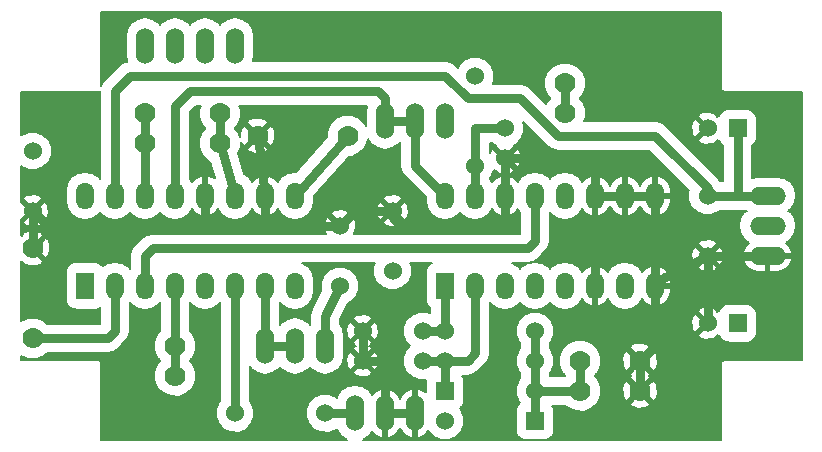
<source format=gbl>
G04 (created by PCBNEW (2013-jul-07)-stable) date Thu 15 Dec 2016 11:15:19 PM CST*
%MOIN*%
G04 Gerber Fmt 3.4, Leading zero omitted, Abs format*
%FSLAX34Y34*%
G01*
G70*
G90*
G04 APERTURE LIST*
%ADD10C,0.00590551*%
%ADD11C,0.07*%
%ADD12R,0.06X0.06*%
%ADD13C,0.06*%
%ADD14R,0.06X0.09*%
%ADD15O,0.06X0.09*%
%ADD16O,0.06X0.12*%
%ADD17O,0.12X0.06*%
%ADD18C,0.03*%
%ADD19C,0.008*%
G04 APERTURE END LIST*
G54D10*
G54D11*
X72500Y-51000D03*
X72500Y-54000D03*
X80000Y-47250D03*
X83000Y-47250D03*
G54D12*
X96000Y-47000D03*
G54D13*
X95000Y-47000D03*
G54D12*
X96000Y-53500D03*
G54D13*
X95000Y-53500D03*
G54D11*
X92750Y-54750D03*
X92750Y-55750D03*
X78750Y-47500D03*
X78750Y-46500D03*
X76250Y-47500D03*
X76250Y-46500D03*
X77250Y-55250D03*
X77250Y-54250D03*
X90250Y-46500D03*
X90250Y-45500D03*
X90750Y-55750D03*
X90750Y-54750D03*
G54D13*
X87250Y-45250D03*
X87250Y-48250D03*
X89250Y-53750D03*
X86250Y-53750D03*
X89250Y-54750D03*
X86250Y-54750D03*
X82250Y-56500D03*
X79250Y-56500D03*
G54D14*
X74250Y-52250D03*
G54D15*
X75250Y-52250D03*
X76250Y-52250D03*
X77250Y-52250D03*
X78250Y-52250D03*
X79250Y-52250D03*
X80250Y-52250D03*
X81250Y-52250D03*
X81250Y-49250D03*
X80250Y-49250D03*
X79250Y-49250D03*
X78250Y-49250D03*
X77250Y-49250D03*
X76250Y-49250D03*
X75250Y-49250D03*
X74250Y-49250D03*
G54D14*
X86250Y-52250D03*
G54D15*
X87250Y-52250D03*
X88250Y-52250D03*
X89250Y-52250D03*
X90250Y-52250D03*
X91250Y-52250D03*
X92250Y-52250D03*
X93250Y-52250D03*
X93250Y-49250D03*
X92250Y-49250D03*
X91250Y-49250D03*
X90250Y-49250D03*
X89250Y-49250D03*
X88250Y-49250D03*
X87250Y-49250D03*
X86250Y-49250D03*
G54D13*
X72500Y-47750D03*
X72500Y-49750D03*
X95000Y-49250D03*
X95000Y-51250D03*
X84500Y-51750D03*
X84500Y-49750D03*
X82750Y-50250D03*
X82750Y-52250D03*
X85500Y-54750D03*
X83500Y-54750D03*
X85500Y-53750D03*
X83500Y-53750D03*
X88250Y-47000D03*
X88250Y-48000D03*
G54D16*
X76250Y-44250D03*
X77250Y-44250D03*
X78250Y-44250D03*
X79250Y-44250D03*
G54D17*
X97000Y-51250D03*
X97000Y-50250D03*
X97000Y-49250D03*
G54D16*
X83250Y-56500D03*
X85250Y-56500D03*
X84250Y-56500D03*
X82250Y-54250D03*
X80250Y-54250D03*
X81250Y-54250D03*
X86250Y-46750D03*
X84250Y-46750D03*
X85250Y-46750D03*
G54D12*
X89250Y-56750D03*
G54D13*
X86250Y-56750D03*
G54D12*
X86250Y-55750D03*
G54D13*
X89250Y-55750D03*
G54D18*
X86250Y-45250D02*
X87000Y-46000D01*
X75750Y-45250D02*
X86250Y-45250D01*
X75250Y-49250D02*
X75250Y-45750D01*
X75250Y-45750D02*
X75750Y-45250D01*
X95000Y-49000D02*
X95000Y-49250D01*
X93250Y-47250D02*
X95000Y-49000D01*
X90000Y-47250D02*
X93250Y-47250D01*
X88750Y-46000D02*
X90000Y-47250D01*
X87000Y-46000D02*
X88750Y-46000D01*
X96000Y-47000D02*
X96000Y-49250D01*
X97000Y-49250D02*
X96000Y-49250D01*
X96000Y-49250D02*
X95000Y-49250D01*
X84000Y-45750D02*
X84250Y-46000D01*
X77250Y-46250D02*
X77750Y-45750D01*
X77750Y-45750D02*
X84000Y-45750D01*
X77250Y-49250D02*
X77250Y-46250D01*
X84250Y-46000D02*
X84250Y-46750D01*
X85250Y-46750D02*
X84250Y-46750D01*
X86250Y-49250D02*
X85250Y-48250D01*
X85250Y-48250D02*
X85250Y-46750D01*
X90750Y-54750D02*
X90750Y-55750D01*
X90750Y-55750D02*
X89250Y-55750D01*
X89250Y-54750D02*
X89250Y-53750D01*
X89250Y-55750D02*
X89250Y-54750D01*
X89250Y-55750D02*
X89250Y-56750D01*
X76250Y-47500D02*
X76250Y-49250D01*
X76250Y-47500D02*
X76250Y-46500D01*
X79250Y-49250D02*
X78750Y-47500D01*
X78750Y-47500D02*
X78750Y-46500D01*
X93250Y-54250D02*
X93250Y-52250D01*
X92750Y-54750D02*
X93250Y-54250D01*
X92750Y-55750D02*
X92750Y-54750D01*
X91250Y-49250D02*
X91250Y-48500D01*
X90750Y-48000D02*
X88250Y-48000D01*
X91250Y-48500D02*
X90750Y-48000D01*
X80250Y-49250D02*
X80000Y-47250D01*
X72500Y-49750D02*
X72500Y-51000D01*
X78250Y-49250D02*
X78250Y-50250D01*
X80250Y-49250D02*
X80250Y-50250D01*
X82750Y-50250D02*
X80250Y-50250D01*
X80250Y-50250D02*
X78250Y-50250D01*
X78250Y-50250D02*
X73000Y-50250D01*
X73000Y-50250D02*
X72500Y-49750D01*
X88250Y-49250D02*
X88250Y-48000D01*
X85250Y-56500D02*
X84250Y-56500D01*
X84250Y-56500D02*
X84250Y-55000D01*
X84250Y-55000D02*
X84000Y-54750D01*
X84000Y-54750D02*
X83500Y-54750D01*
X84500Y-49750D02*
X83250Y-49750D01*
X83250Y-49750D02*
X82750Y-50250D01*
X83500Y-54750D02*
X83500Y-53750D01*
X95000Y-53500D02*
X95000Y-51250D01*
X91250Y-52250D02*
X91250Y-51250D01*
X91500Y-51000D02*
X93250Y-51000D01*
X91250Y-51250D02*
X91500Y-51000D01*
X88250Y-49250D02*
X88250Y-50250D01*
X84500Y-50000D02*
X84500Y-49750D01*
X84750Y-50250D02*
X84500Y-50000D01*
X88250Y-50250D02*
X84750Y-50250D01*
X93250Y-52250D02*
X93250Y-51000D01*
X93250Y-51000D02*
X93250Y-49250D01*
X93250Y-49250D02*
X92250Y-49250D01*
X92250Y-49250D02*
X91250Y-49250D01*
X95000Y-51250D02*
X93500Y-52000D01*
X93500Y-52000D02*
X93250Y-52250D01*
X97000Y-51250D02*
X95000Y-51250D01*
X79250Y-56500D02*
X79250Y-52250D01*
X86250Y-54750D02*
X87000Y-54750D01*
X87250Y-54500D02*
X87250Y-52250D01*
X87000Y-54750D02*
X87250Y-54500D01*
X86250Y-54750D02*
X85500Y-54750D01*
X86250Y-55750D02*
X86250Y-54750D01*
X86250Y-52250D02*
X86250Y-53750D01*
X85500Y-53750D02*
X86250Y-53750D01*
X77250Y-54250D02*
X77250Y-55250D01*
X77250Y-54250D02*
X77250Y-52250D01*
X81250Y-54250D02*
X80250Y-54250D01*
X80250Y-54250D02*
X80250Y-52250D01*
X87250Y-48250D02*
X87250Y-49250D01*
X88250Y-47000D02*
X87250Y-47000D01*
X87250Y-47000D02*
X87250Y-48250D01*
X83250Y-56500D02*
X82250Y-56500D01*
X82250Y-54250D02*
X82250Y-53250D01*
X82250Y-53250D02*
X82750Y-52250D01*
X81250Y-49250D02*
X83000Y-47250D01*
X72500Y-54000D02*
X75000Y-54000D01*
X75250Y-53750D02*
X75250Y-52250D01*
X75000Y-54000D02*
X75250Y-53750D01*
X90250Y-46500D02*
X90250Y-45500D01*
X76250Y-52250D02*
X76250Y-51250D01*
X89250Y-50750D02*
X89250Y-49250D01*
X89000Y-51000D02*
X89250Y-50750D01*
X76500Y-51000D02*
X89000Y-51000D01*
X76250Y-51250D02*
X76500Y-51000D01*
G54D10*
G36*
X98140Y-54710D02*
X97820Y-54710D01*
X97820Y-51393D01*
X97776Y-51310D01*
X97060Y-51310D01*
X97060Y-51790D01*
X97360Y-51790D01*
X97562Y-51725D01*
X97724Y-51589D01*
X97820Y-51393D01*
X97820Y-54710D01*
X96940Y-54710D01*
X96940Y-51790D01*
X96940Y-51310D01*
X96223Y-51310D01*
X96179Y-51393D01*
X96275Y-51589D01*
X96437Y-51725D01*
X96640Y-51790D01*
X96940Y-51790D01*
X96940Y-54710D01*
X96640Y-54710D01*
X96640Y-53732D01*
X96640Y-53132D01*
X96588Y-53007D01*
X96492Y-52911D01*
X96367Y-52860D01*
X96232Y-52859D01*
X95632Y-52859D01*
X95546Y-52895D01*
X95546Y-51319D01*
X95531Y-51105D01*
X95478Y-50976D01*
X95386Y-50948D01*
X95301Y-51032D01*
X95301Y-50863D01*
X95273Y-50771D01*
X95069Y-50703D01*
X94855Y-50718D01*
X94726Y-50771D01*
X94698Y-50863D01*
X95000Y-51165D01*
X95301Y-50863D01*
X95301Y-51032D01*
X95084Y-51250D01*
X95386Y-51551D01*
X95478Y-51523D01*
X95546Y-51319D01*
X95546Y-52895D01*
X95507Y-52911D01*
X95411Y-53007D01*
X95374Y-53097D01*
X95346Y-53068D01*
X95301Y-53113D01*
X95301Y-51636D01*
X95000Y-51334D01*
X94915Y-51419D01*
X94915Y-51250D01*
X94613Y-50948D01*
X94521Y-50976D01*
X94453Y-51180D01*
X94468Y-51394D01*
X94521Y-51523D01*
X94613Y-51551D01*
X94915Y-51250D01*
X94915Y-51419D01*
X94698Y-51636D01*
X94726Y-51728D01*
X94930Y-51796D01*
X95144Y-51781D01*
X95273Y-51728D01*
X95301Y-51636D01*
X95301Y-53113D01*
X95301Y-53113D01*
X95273Y-53021D01*
X95069Y-52953D01*
X94855Y-52968D01*
X94726Y-53021D01*
X94698Y-53113D01*
X95000Y-53415D01*
X95005Y-53409D01*
X95090Y-53494D01*
X95084Y-53500D01*
X95090Y-53505D01*
X95005Y-53590D01*
X95000Y-53584D01*
X94915Y-53669D01*
X94915Y-53500D01*
X94613Y-53198D01*
X94521Y-53226D01*
X94453Y-53430D01*
X94468Y-53644D01*
X94521Y-53773D01*
X94613Y-53801D01*
X94915Y-53500D01*
X94915Y-53669D01*
X94698Y-53886D01*
X94726Y-53978D01*
X94930Y-54046D01*
X95144Y-54031D01*
X95273Y-53978D01*
X95301Y-53886D01*
X95301Y-53886D01*
X95346Y-53931D01*
X95374Y-53902D01*
X95411Y-53992D01*
X95507Y-54088D01*
X95632Y-54139D01*
X95767Y-54140D01*
X96367Y-54140D01*
X96492Y-54088D01*
X96588Y-53992D01*
X96639Y-53867D01*
X96640Y-53732D01*
X96640Y-54710D01*
X95533Y-54710D01*
X95460Y-54783D01*
X95460Y-57390D01*
X95301Y-57390D01*
X93790Y-57390D01*
X93790Y-52460D01*
X93790Y-52310D01*
X93790Y-52190D01*
X93790Y-52040D01*
X93790Y-49460D01*
X93790Y-49310D01*
X93790Y-49190D01*
X93790Y-49040D01*
X93725Y-48837D01*
X93589Y-48675D01*
X93393Y-48579D01*
X93310Y-48623D01*
X93310Y-49190D01*
X93790Y-49190D01*
X93790Y-49310D01*
X93310Y-49310D01*
X93310Y-49876D01*
X93393Y-49920D01*
X93589Y-49824D01*
X93725Y-49662D01*
X93790Y-49460D01*
X93790Y-52040D01*
X93725Y-51837D01*
X93589Y-51675D01*
X93393Y-51579D01*
X93310Y-51623D01*
X93310Y-52190D01*
X93790Y-52190D01*
X93790Y-52310D01*
X93310Y-52310D01*
X93310Y-52876D01*
X93393Y-52920D01*
X93589Y-52824D01*
X93725Y-52662D01*
X93790Y-52460D01*
X93790Y-57390D01*
X93346Y-57390D01*
X93346Y-55831D01*
X93346Y-54831D01*
X93331Y-54597D01*
X93269Y-54446D01*
X93190Y-54417D01*
X93190Y-52876D01*
X93190Y-52310D01*
X93182Y-52310D01*
X93182Y-52190D01*
X93190Y-52190D01*
X93190Y-51623D01*
X93190Y-49876D01*
X93190Y-49310D01*
X93190Y-49190D01*
X93190Y-48623D01*
X93106Y-48579D01*
X92910Y-48675D01*
X92774Y-48837D01*
X92750Y-48913D01*
X92725Y-48837D01*
X92589Y-48675D01*
X92393Y-48579D01*
X92310Y-48623D01*
X92310Y-49190D01*
X92710Y-49190D01*
X92790Y-49190D01*
X93190Y-49190D01*
X93190Y-49310D01*
X92790Y-49310D01*
X92710Y-49310D01*
X92310Y-49310D01*
X92310Y-49876D01*
X92393Y-49920D01*
X92589Y-49824D01*
X92725Y-49662D01*
X92750Y-49586D01*
X92774Y-49662D01*
X92910Y-49824D01*
X93106Y-49920D01*
X93190Y-49876D01*
X93190Y-51623D01*
X93106Y-51579D01*
X92910Y-51675D01*
X92810Y-51794D01*
X92702Y-51631D01*
X92494Y-51493D01*
X92250Y-51444D01*
X92190Y-51456D01*
X92190Y-49876D01*
X92190Y-49310D01*
X92190Y-49190D01*
X92190Y-48623D01*
X92106Y-48579D01*
X91910Y-48675D01*
X91774Y-48837D01*
X91750Y-48913D01*
X91725Y-48837D01*
X91589Y-48675D01*
X91393Y-48579D01*
X91310Y-48623D01*
X91310Y-49190D01*
X91710Y-49190D01*
X91790Y-49190D01*
X92190Y-49190D01*
X92190Y-49310D01*
X91790Y-49310D01*
X91710Y-49310D01*
X91310Y-49310D01*
X91310Y-49876D01*
X91393Y-49920D01*
X91589Y-49824D01*
X91725Y-49662D01*
X91750Y-49586D01*
X91774Y-49662D01*
X91910Y-49824D01*
X92106Y-49920D01*
X92190Y-49876D01*
X92190Y-51456D01*
X92005Y-51493D01*
X91797Y-51631D01*
X91689Y-51794D01*
X91589Y-51675D01*
X91393Y-51579D01*
X91310Y-51623D01*
X91310Y-52190D01*
X91317Y-52190D01*
X91317Y-52310D01*
X91310Y-52310D01*
X91310Y-52876D01*
X91393Y-52920D01*
X91589Y-52824D01*
X91689Y-52705D01*
X91797Y-52868D01*
X92005Y-53006D01*
X92250Y-53055D01*
X92494Y-53006D01*
X92702Y-52868D01*
X92810Y-52705D01*
X92910Y-52824D01*
X93106Y-52920D01*
X93190Y-52876D01*
X93190Y-54417D01*
X93173Y-54411D01*
X93088Y-54496D01*
X93088Y-54326D01*
X93053Y-54230D01*
X92831Y-54153D01*
X92597Y-54168D01*
X92446Y-54230D01*
X92411Y-54326D01*
X92750Y-54665D01*
X93088Y-54326D01*
X93088Y-54496D01*
X92834Y-54750D01*
X93173Y-55088D01*
X93269Y-55053D01*
X93346Y-54831D01*
X93346Y-55831D01*
X93331Y-55597D01*
X93269Y-55446D01*
X93173Y-55411D01*
X93088Y-55496D01*
X93088Y-55326D01*
X93060Y-55250D01*
X93088Y-55173D01*
X92750Y-54834D01*
X92665Y-54919D01*
X92665Y-54750D01*
X92326Y-54411D01*
X92230Y-54446D01*
X92153Y-54668D01*
X92168Y-54902D01*
X92230Y-55053D01*
X92326Y-55088D01*
X92665Y-54750D01*
X92665Y-54919D01*
X92411Y-55173D01*
X92439Y-55250D01*
X92411Y-55326D01*
X92750Y-55665D01*
X93088Y-55326D01*
X93088Y-55496D01*
X92834Y-55750D01*
X93173Y-56088D01*
X93269Y-56053D01*
X93346Y-55831D01*
X93346Y-57390D01*
X93088Y-57390D01*
X93088Y-56173D01*
X92750Y-55834D01*
X92665Y-55919D01*
X92665Y-55750D01*
X92326Y-55411D01*
X92230Y-55446D01*
X92153Y-55668D01*
X92168Y-55902D01*
X92230Y-56053D01*
X92326Y-56088D01*
X92665Y-55750D01*
X92665Y-55919D01*
X92411Y-56173D01*
X92446Y-56269D01*
X92668Y-56346D01*
X92902Y-56331D01*
X93053Y-56269D01*
X93088Y-56173D01*
X93088Y-57390D01*
X91440Y-57390D01*
X91440Y-55613D01*
X91335Y-55359D01*
X91240Y-55264D01*
X91240Y-55235D01*
X91334Y-55141D01*
X91439Y-54887D01*
X91440Y-54613D01*
X91335Y-54359D01*
X91141Y-54165D01*
X90887Y-54060D01*
X90613Y-54059D01*
X90359Y-54164D01*
X90165Y-54358D01*
X90060Y-54612D01*
X90059Y-54886D01*
X90164Y-55140D01*
X90260Y-55235D01*
X90260Y-55260D01*
X89740Y-55260D01*
X89740Y-55165D01*
X89792Y-55113D01*
X89889Y-54877D01*
X89890Y-54623D01*
X89792Y-54387D01*
X89740Y-54334D01*
X89740Y-54165D01*
X89792Y-54113D01*
X89889Y-53877D01*
X89890Y-53623D01*
X89792Y-53387D01*
X89613Y-53207D01*
X89377Y-53110D01*
X89123Y-53109D01*
X88887Y-53207D01*
X88707Y-53386D01*
X88610Y-53622D01*
X88609Y-53876D01*
X88707Y-54112D01*
X88760Y-54165D01*
X88760Y-54334D01*
X88707Y-54386D01*
X88610Y-54622D01*
X88609Y-54876D01*
X88707Y-55112D01*
X88760Y-55165D01*
X88760Y-55334D01*
X88707Y-55386D01*
X88610Y-55622D01*
X88609Y-55876D01*
X88707Y-56112D01*
X88757Y-56162D01*
X88661Y-56257D01*
X88610Y-56382D01*
X88609Y-56517D01*
X88609Y-57117D01*
X88661Y-57242D01*
X88757Y-57338D01*
X88882Y-57389D01*
X89017Y-57390D01*
X89617Y-57390D01*
X89742Y-57338D01*
X89838Y-57242D01*
X89889Y-57117D01*
X89890Y-56982D01*
X89890Y-56382D01*
X89838Y-56257D01*
X89820Y-56240D01*
X90264Y-56240D01*
X90358Y-56334D01*
X90612Y-56439D01*
X90886Y-56440D01*
X91140Y-56335D01*
X91334Y-56141D01*
X91439Y-55887D01*
X91440Y-55613D01*
X91440Y-57390D01*
X85190Y-57390D01*
X85190Y-57276D01*
X85190Y-56560D01*
X85190Y-56440D01*
X85190Y-55723D01*
X85106Y-55679D01*
X84910Y-55775D01*
X84774Y-55937D01*
X84750Y-56013D01*
X84725Y-55937D01*
X84589Y-55775D01*
X84393Y-55679D01*
X84310Y-55723D01*
X84310Y-56440D01*
X84710Y-56440D01*
X84790Y-56440D01*
X85190Y-56440D01*
X85190Y-56560D01*
X84790Y-56560D01*
X84710Y-56560D01*
X84310Y-56560D01*
X84310Y-57276D01*
X84393Y-57320D01*
X84589Y-57224D01*
X84725Y-57062D01*
X84750Y-56986D01*
X84774Y-57062D01*
X84910Y-57224D01*
X85106Y-57320D01*
X85190Y-57276D01*
X85190Y-57390D01*
X83523Y-57390D01*
X83702Y-57270D01*
X83812Y-57107D01*
X83910Y-57224D01*
X84106Y-57320D01*
X84190Y-57276D01*
X84190Y-56560D01*
X84182Y-56560D01*
X84182Y-56440D01*
X84190Y-56440D01*
X84190Y-55723D01*
X84106Y-55679D01*
X84046Y-55709D01*
X84046Y-54819D01*
X84046Y-53819D01*
X84031Y-53605D01*
X83978Y-53476D01*
X83886Y-53448D01*
X83801Y-53532D01*
X83801Y-53363D01*
X83773Y-53271D01*
X83569Y-53203D01*
X83355Y-53218D01*
X83226Y-53271D01*
X83198Y-53363D01*
X83500Y-53665D01*
X83801Y-53363D01*
X83801Y-53532D01*
X83584Y-53750D01*
X83886Y-54051D01*
X83978Y-54023D01*
X84046Y-53819D01*
X84046Y-54819D01*
X84031Y-54605D01*
X83978Y-54476D01*
X83886Y-54448D01*
X83801Y-54532D01*
X83801Y-54363D01*
X83773Y-54271D01*
X83714Y-54252D01*
X83773Y-54228D01*
X83801Y-54136D01*
X83500Y-53834D01*
X83415Y-53919D01*
X83415Y-53750D01*
X83113Y-53448D01*
X83021Y-53476D01*
X82953Y-53680D01*
X82968Y-53894D01*
X83021Y-54023D01*
X83113Y-54051D01*
X83415Y-53750D01*
X83415Y-53919D01*
X83198Y-54136D01*
X83226Y-54228D01*
X83285Y-54247D01*
X83226Y-54271D01*
X83198Y-54363D01*
X83500Y-54665D01*
X83801Y-54363D01*
X83801Y-54532D01*
X83584Y-54750D01*
X83886Y-55051D01*
X83978Y-55023D01*
X84046Y-54819D01*
X84046Y-55709D01*
X83910Y-55775D01*
X83812Y-55892D01*
X83801Y-55877D01*
X83801Y-55136D01*
X83500Y-54834D01*
X83415Y-54919D01*
X83415Y-54750D01*
X83113Y-54448D01*
X83021Y-54476D01*
X82953Y-54680D01*
X82968Y-54894D01*
X83021Y-55023D01*
X83113Y-55051D01*
X83415Y-54750D01*
X83415Y-54919D01*
X83198Y-55136D01*
X83226Y-55228D01*
X83430Y-55296D01*
X83644Y-55281D01*
X83773Y-55228D01*
X83801Y-55136D01*
X83801Y-55877D01*
X83702Y-55729D01*
X83494Y-55590D01*
X83250Y-55541D01*
X83005Y-55590D01*
X82797Y-55729D01*
X82658Y-55936D01*
X82647Y-55992D01*
X82613Y-55957D01*
X82377Y-55860D01*
X82123Y-55859D01*
X81887Y-55957D01*
X81707Y-56136D01*
X81610Y-56372D01*
X81609Y-56626D01*
X81707Y-56862D01*
X81886Y-57042D01*
X82122Y-57139D01*
X82376Y-57140D01*
X82612Y-57042D01*
X82647Y-57007D01*
X82658Y-57063D01*
X82797Y-57270D01*
X82976Y-57390D01*
X74790Y-57390D01*
X74790Y-54783D01*
X74716Y-54710D01*
X72109Y-54710D01*
X72109Y-54585D01*
X72362Y-54689D01*
X72636Y-54690D01*
X72890Y-54585D01*
X72985Y-54490D01*
X75000Y-54490D01*
X75187Y-54452D01*
X75187Y-54452D01*
X75346Y-54346D01*
X75596Y-54096D01*
X75596Y-54096D01*
X75702Y-53937D01*
X75739Y-53750D01*
X75740Y-53750D01*
X75740Y-52811D01*
X75749Y-52797D01*
X75797Y-52868D01*
X76005Y-53006D01*
X76250Y-53055D01*
X76494Y-53006D01*
X76702Y-52868D01*
X76749Y-52797D01*
X76760Y-52811D01*
X76760Y-53764D01*
X76665Y-53858D01*
X76560Y-54112D01*
X76559Y-54386D01*
X76664Y-54640D01*
X76760Y-54735D01*
X76760Y-54764D01*
X76665Y-54858D01*
X76560Y-55112D01*
X76559Y-55386D01*
X76664Y-55640D01*
X76858Y-55834D01*
X77112Y-55939D01*
X77386Y-55940D01*
X77640Y-55835D01*
X77834Y-55641D01*
X77939Y-55387D01*
X77940Y-55113D01*
X77835Y-54859D01*
X77740Y-54764D01*
X77740Y-54735D01*
X77834Y-54641D01*
X77939Y-54387D01*
X77940Y-54113D01*
X77835Y-53859D01*
X77740Y-53764D01*
X77740Y-52811D01*
X77749Y-52797D01*
X77797Y-52868D01*
X78005Y-53006D01*
X78250Y-53055D01*
X78494Y-53006D01*
X78702Y-52868D01*
X78750Y-52797D01*
X78760Y-52811D01*
X78760Y-56084D01*
X78707Y-56136D01*
X78610Y-56372D01*
X78609Y-56626D01*
X78707Y-56862D01*
X78886Y-57042D01*
X79122Y-57139D01*
X79376Y-57140D01*
X79612Y-57042D01*
X79792Y-56863D01*
X79889Y-56627D01*
X79890Y-56373D01*
X79792Y-56137D01*
X79740Y-56084D01*
X79740Y-54934D01*
X79797Y-55020D01*
X80005Y-55159D01*
X80250Y-55208D01*
X80494Y-55159D01*
X80702Y-55020D01*
X80750Y-54949D01*
X80797Y-55020D01*
X81005Y-55159D01*
X81250Y-55208D01*
X81494Y-55159D01*
X81702Y-55020D01*
X81750Y-54949D01*
X81797Y-55020D01*
X82005Y-55159D01*
X82250Y-55208D01*
X82494Y-55159D01*
X82702Y-55020D01*
X82841Y-54813D01*
X82890Y-54568D01*
X82890Y-53931D01*
X82841Y-53686D01*
X82740Y-53535D01*
X82740Y-53365D01*
X83004Y-52837D01*
X83112Y-52792D01*
X83292Y-52613D01*
X83389Y-52377D01*
X83390Y-52123D01*
X83292Y-51887D01*
X83113Y-51707D01*
X82877Y-51610D01*
X82623Y-51609D01*
X82387Y-51707D01*
X82207Y-51886D01*
X82110Y-52122D01*
X82109Y-52376D01*
X82123Y-52408D01*
X81811Y-53030D01*
X81807Y-53047D01*
X81797Y-53062D01*
X81782Y-53139D01*
X81761Y-53214D01*
X81763Y-53232D01*
X81760Y-53250D01*
X81760Y-53535D01*
X81750Y-53550D01*
X81702Y-53479D01*
X81494Y-53340D01*
X81250Y-53291D01*
X81005Y-53340D01*
X80797Y-53479D01*
X80750Y-53550D01*
X80740Y-53535D01*
X80740Y-52811D01*
X80750Y-52797D01*
X80797Y-52868D01*
X81005Y-53006D01*
X81250Y-53055D01*
X81494Y-53006D01*
X81702Y-52868D01*
X81841Y-52660D01*
X81890Y-52415D01*
X81890Y-52084D01*
X81841Y-51839D01*
X81702Y-51631D01*
X81494Y-51493D01*
X81478Y-51490D01*
X83914Y-51490D01*
X83860Y-51622D01*
X83859Y-51876D01*
X83957Y-52112D01*
X84136Y-52292D01*
X84372Y-52389D01*
X84626Y-52390D01*
X84862Y-52292D01*
X85042Y-52113D01*
X85139Y-51877D01*
X85140Y-51623D01*
X85085Y-51490D01*
X85809Y-51490D01*
X85757Y-51511D01*
X85661Y-51607D01*
X85610Y-51732D01*
X85609Y-51867D01*
X85609Y-52767D01*
X85661Y-52892D01*
X85757Y-52988D01*
X85760Y-52989D01*
X85760Y-53164D01*
X85627Y-53110D01*
X85373Y-53109D01*
X85137Y-53207D01*
X84957Y-53386D01*
X84860Y-53622D01*
X84859Y-53876D01*
X84957Y-54112D01*
X85094Y-54250D01*
X84957Y-54386D01*
X84860Y-54622D01*
X84859Y-54876D01*
X84957Y-55112D01*
X85136Y-55292D01*
X85372Y-55389D01*
X85610Y-55390D01*
X85609Y-55517D01*
X85609Y-55800D01*
X85589Y-55775D01*
X85393Y-55679D01*
X85310Y-55723D01*
X85310Y-56440D01*
X85317Y-56440D01*
X85317Y-56560D01*
X85310Y-56560D01*
X85310Y-57276D01*
X85393Y-57320D01*
X85589Y-57224D01*
X85699Y-57093D01*
X85707Y-57112D01*
X85886Y-57292D01*
X86122Y-57389D01*
X86376Y-57390D01*
X86612Y-57292D01*
X86792Y-57113D01*
X86889Y-56877D01*
X86890Y-56623D01*
X86792Y-56387D01*
X86742Y-56337D01*
X86838Y-56242D01*
X86889Y-56117D01*
X86890Y-55982D01*
X86890Y-55382D01*
X86838Y-55257D01*
X86820Y-55240D01*
X87000Y-55240D01*
X87187Y-55202D01*
X87187Y-55202D01*
X87346Y-55096D01*
X87596Y-54846D01*
X87596Y-54846D01*
X87702Y-54687D01*
X87739Y-54500D01*
X87740Y-54500D01*
X87740Y-52811D01*
X87750Y-52797D01*
X87797Y-52868D01*
X88005Y-53006D01*
X88250Y-53055D01*
X88494Y-53006D01*
X88702Y-52868D01*
X88750Y-52797D01*
X88797Y-52868D01*
X89005Y-53006D01*
X89250Y-53055D01*
X89494Y-53006D01*
X89702Y-52868D01*
X89750Y-52797D01*
X89797Y-52868D01*
X90005Y-53006D01*
X90250Y-53055D01*
X90494Y-53006D01*
X90702Y-52868D01*
X90810Y-52705D01*
X90910Y-52824D01*
X91106Y-52920D01*
X91190Y-52876D01*
X91190Y-52310D01*
X91182Y-52310D01*
X91182Y-52190D01*
X91190Y-52190D01*
X91190Y-51623D01*
X91106Y-51579D01*
X90910Y-51675D01*
X90810Y-51794D01*
X90702Y-51631D01*
X90494Y-51493D01*
X90250Y-51444D01*
X90005Y-51493D01*
X89797Y-51631D01*
X89750Y-51702D01*
X89702Y-51631D01*
X89494Y-51493D01*
X89250Y-51444D01*
X89005Y-51493D01*
X88797Y-51631D01*
X88750Y-51702D01*
X88702Y-51631D01*
X88494Y-51493D01*
X88478Y-51490D01*
X89000Y-51490D01*
X89187Y-51452D01*
X89187Y-51452D01*
X89346Y-51346D01*
X89596Y-51096D01*
X89596Y-51096D01*
X89702Y-50937D01*
X89739Y-50750D01*
X89740Y-50750D01*
X89740Y-49811D01*
X89750Y-49797D01*
X89797Y-49868D01*
X90005Y-50006D01*
X90250Y-50055D01*
X90494Y-50006D01*
X90702Y-49868D01*
X90810Y-49705D01*
X90910Y-49824D01*
X91106Y-49920D01*
X91190Y-49876D01*
X91190Y-49310D01*
X91182Y-49310D01*
X91182Y-49190D01*
X91190Y-49190D01*
X91190Y-48623D01*
X91106Y-48579D01*
X90910Y-48675D01*
X90810Y-48794D01*
X90702Y-48631D01*
X90494Y-48493D01*
X90250Y-48444D01*
X90005Y-48493D01*
X89797Y-48631D01*
X89750Y-48702D01*
X89702Y-48631D01*
X89494Y-48493D01*
X89250Y-48444D01*
X89005Y-48493D01*
X88797Y-48631D01*
X88796Y-48633D01*
X88796Y-48069D01*
X88781Y-47855D01*
X88728Y-47726D01*
X88636Y-47698D01*
X88334Y-48000D01*
X88636Y-48301D01*
X88728Y-48273D01*
X88796Y-48069D01*
X88796Y-48633D01*
X88689Y-48794D01*
X88589Y-48675D01*
X88551Y-48657D01*
X88393Y-48579D01*
X88310Y-48623D01*
X88310Y-49190D01*
X88317Y-49190D01*
X88317Y-49310D01*
X88310Y-49310D01*
X88310Y-49876D01*
X88393Y-49920D01*
X88589Y-49824D01*
X88689Y-49705D01*
X88760Y-49811D01*
X88760Y-50510D01*
X85046Y-50510D01*
X85046Y-49819D01*
X85031Y-49605D01*
X84978Y-49476D01*
X84886Y-49448D01*
X84801Y-49532D01*
X84801Y-49363D01*
X84773Y-49271D01*
X84569Y-49203D01*
X84355Y-49218D01*
X84226Y-49271D01*
X84198Y-49363D01*
X84500Y-49665D01*
X84801Y-49363D01*
X84801Y-49532D01*
X84584Y-49750D01*
X84886Y-50051D01*
X84978Y-50023D01*
X85046Y-49819D01*
X85046Y-50510D01*
X84801Y-50510D01*
X84801Y-50136D01*
X84500Y-49834D01*
X84415Y-49919D01*
X84415Y-49750D01*
X84113Y-49448D01*
X84021Y-49476D01*
X83953Y-49680D01*
X83968Y-49894D01*
X84021Y-50023D01*
X84113Y-50051D01*
X84415Y-49750D01*
X84415Y-49919D01*
X84198Y-50136D01*
X84226Y-50228D01*
X84430Y-50296D01*
X84644Y-50281D01*
X84773Y-50228D01*
X84801Y-50136D01*
X84801Y-50510D01*
X83232Y-50510D01*
X83296Y-50319D01*
X83281Y-50105D01*
X83228Y-49976D01*
X83136Y-49948D01*
X83051Y-50032D01*
X83051Y-49863D01*
X83023Y-49771D01*
X82819Y-49703D01*
X82605Y-49718D01*
X82476Y-49771D01*
X82448Y-49863D01*
X82750Y-50165D01*
X83051Y-49863D01*
X83051Y-50032D01*
X82834Y-50250D01*
X82840Y-50255D01*
X82755Y-50340D01*
X82750Y-50334D01*
X82744Y-50340D01*
X82659Y-50255D01*
X82665Y-50250D01*
X82363Y-49948D01*
X82271Y-49976D01*
X82203Y-50180D01*
X82218Y-50394D01*
X82266Y-50510D01*
X76500Y-50510D01*
X76312Y-50547D01*
X76153Y-50653D01*
X75903Y-50903D01*
X75797Y-51062D01*
X75760Y-51250D01*
X75760Y-51688D01*
X75750Y-51702D01*
X75702Y-51631D01*
X75494Y-51493D01*
X75250Y-51444D01*
X75005Y-51493D01*
X74836Y-51605D01*
X74742Y-51511D01*
X74617Y-51460D01*
X74482Y-51459D01*
X73882Y-51459D01*
X73757Y-51511D01*
X73661Y-51607D01*
X73610Y-51732D01*
X73609Y-51867D01*
X73609Y-52767D01*
X73661Y-52892D01*
X73757Y-52988D01*
X73882Y-53039D01*
X74017Y-53040D01*
X74617Y-53040D01*
X74742Y-52988D01*
X74760Y-52970D01*
X74760Y-53510D01*
X73096Y-53510D01*
X73096Y-51081D01*
X73081Y-50847D01*
X73046Y-50761D01*
X73046Y-49819D01*
X73031Y-49605D01*
X72978Y-49476D01*
X72886Y-49448D01*
X72801Y-49532D01*
X72801Y-49363D01*
X72773Y-49271D01*
X72569Y-49203D01*
X72355Y-49218D01*
X72226Y-49271D01*
X72198Y-49363D01*
X72500Y-49665D01*
X72801Y-49363D01*
X72801Y-49532D01*
X72584Y-49750D01*
X72886Y-50051D01*
X72978Y-50023D01*
X73046Y-49819D01*
X73046Y-50761D01*
X73019Y-50696D01*
X72923Y-50661D01*
X72838Y-50746D01*
X72584Y-51000D01*
X72923Y-51338D01*
X73019Y-51303D01*
X73096Y-51081D01*
X73096Y-53510D01*
X72985Y-53510D01*
X72891Y-53415D01*
X72838Y-53393D01*
X72637Y-53310D01*
X72363Y-53309D01*
X72109Y-53414D01*
X72109Y-51459D01*
X72117Y-51467D01*
X72161Y-51423D01*
X72196Y-51519D01*
X72418Y-51596D01*
X72652Y-51581D01*
X72803Y-51519D01*
X72838Y-51423D01*
X72500Y-51084D01*
X72494Y-51090D01*
X72409Y-51005D01*
X72415Y-51000D01*
X72409Y-50994D01*
X72494Y-50909D01*
X72500Y-50915D01*
X72838Y-50576D01*
X72803Y-50480D01*
X72801Y-50479D01*
X72801Y-50136D01*
X72500Y-49834D01*
X72198Y-50136D01*
X72226Y-50228D01*
X72430Y-50296D01*
X72644Y-50281D01*
X72773Y-50228D01*
X72801Y-50136D01*
X72801Y-50479D01*
X72581Y-50403D01*
X72347Y-50418D01*
X72196Y-50480D01*
X72161Y-50576D01*
X72117Y-50532D01*
X72109Y-50540D01*
X72109Y-50050D01*
X72113Y-50051D01*
X72415Y-49750D01*
X72113Y-49448D01*
X72109Y-49449D01*
X72109Y-48264D01*
X72136Y-48292D01*
X72372Y-48389D01*
X72626Y-48390D01*
X72862Y-48292D01*
X73042Y-48113D01*
X73139Y-47877D01*
X73140Y-47623D01*
X73042Y-47387D01*
X72863Y-47207D01*
X72627Y-47110D01*
X72373Y-47109D01*
X72137Y-47207D01*
X72109Y-47235D01*
X72109Y-45790D01*
X74716Y-45790D01*
X74760Y-45745D01*
X74760Y-45750D01*
X74760Y-48688D01*
X74750Y-48702D01*
X74702Y-48631D01*
X74494Y-48493D01*
X74250Y-48444D01*
X74005Y-48493D01*
X73797Y-48631D01*
X73658Y-48839D01*
X73610Y-49084D01*
X73610Y-49415D01*
X73658Y-49660D01*
X73797Y-49868D01*
X74005Y-50006D01*
X74250Y-50055D01*
X74494Y-50006D01*
X74702Y-49868D01*
X74749Y-49797D01*
X74797Y-49868D01*
X75005Y-50006D01*
X75250Y-50055D01*
X75494Y-50006D01*
X75702Y-49868D01*
X75749Y-49797D01*
X75797Y-49868D01*
X76005Y-50006D01*
X76250Y-50055D01*
X76494Y-50006D01*
X76702Y-49868D01*
X76749Y-49797D01*
X76797Y-49868D01*
X77005Y-50006D01*
X77250Y-50055D01*
X77494Y-50006D01*
X77702Y-49868D01*
X77810Y-49705D01*
X77910Y-49824D01*
X78106Y-49920D01*
X78190Y-49876D01*
X78190Y-49310D01*
X78182Y-49310D01*
X78182Y-49190D01*
X78190Y-49190D01*
X78190Y-48623D01*
X78106Y-48579D01*
X77910Y-48675D01*
X77810Y-48794D01*
X77740Y-48688D01*
X77740Y-46452D01*
X77952Y-46240D01*
X78110Y-46240D01*
X78060Y-46362D01*
X78059Y-46636D01*
X78164Y-46890D01*
X78260Y-46985D01*
X78260Y-47014D01*
X78165Y-47108D01*
X78060Y-47362D01*
X78059Y-47636D01*
X78164Y-47890D01*
X78358Y-48084D01*
X78413Y-48107D01*
X78573Y-48667D01*
X78393Y-48579D01*
X78310Y-48623D01*
X78310Y-49190D01*
X78317Y-49190D01*
X78317Y-49310D01*
X78310Y-49310D01*
X78310Y-49876D01*
X78393Y-49920D01*
X78589Y-49824D01*
X78689Y-49705D01*
X78797Y-49868D01*
X79005Y-50006D01*
X79250Y-50055D01*
X79494Y-50006D01*
X79702Y-49868D01*
X79810Y-49705D01*
X79910Y-49824D01*
X80106Y-49920D01*
X80190Y-49876D01*
X80190Y-49310D01*
X80182Y-49310D01*
X80182Y-49190D01*
X80190Y-49190D01*
X80190Y-48623D01*
X80106Y-48579D01*
X79910Y-48675D01*
X79810Y-48794D01*
X79702Y-48631D01*
X79553Y-48532D01*
X79356Y-47839D01*
X79439Y-47637D01*
X79440Y-47455D01*
X79480Y-47553D01*
X79576Y-47588D01*
X79915Y-47250D01*
X79576Y-46911D01*
X79480Y-46946D01*
X79403Y-47168D01*
X79411Y-47294D01*
X79335Y-47109D01*
X79240Y-47014D01*
X79240Y-46985D01*
X79334Y-46891D01*
X79439Y-46637D01*
X79440Y-46363D01*
X79389Y-46240D01*
X83648Y-46240D01*
X83610Y-46431D01*
X83610Y-46919D01*
X83585Y-46859D01*
X83391Y-46665D01*
X83137Y-46560D01*
X82863Y-46559D01*
X82609Y-46664D01*
X82415Y-46858D01*
X82310Y-47112D01*
X82309Y-47295D01*
X81295Y-48453D01*
X81250Y-48444D01*
X81005Y-48493D01*
X80797Y-48631D01*
X80689Y-48794D01*
X80596Y-48683D01*
X80596Y-47331D01*
X80581Y-47097D01*
X80519Y-46946D01*
X80423Y-46911D01*
X80338Y-46996D01*
X80338Y-46826D01*
X80303Y-46730D01*
X80081Y-46653D01*
X79847Y-46668D01*
X79696Y-46730D01*
X79661Y-46826D01*
X80000Y-47165D01*
X80338Y-46826D01*
X80338Y-46996D01*
X80084Y-47250D01*
X80423Y-47588D01*
X80519Y-47553D01*
X80596Y-47331D01*
X80596Y-48683D01*
X80589Y-48675D01*
X80393Y-48579D01*
X80338Y-48608D01*
X80338Y-47673D01*
X80000Y-47334D01*
X79661Y-47673D01*
X79696Y-47769D01*
X79918Y-47846D01*
X80152Y-47831D01*
X80303Y-47769D01*
X80338Y-47673D01*
X80338Y-48608D01*
X80310Y-48623D01*
X80310Y-49190D01*
X80317Y-49190D01*
X80317Y-49310D01*
X80310Y-49310D01*
X80310Y-49876D01*
X80393Y-49920D01*
X80589Y-49824D01*
X80689Y-49705D01*
X80797Y-49868D01*
X81005Y-50006D01*
X81250Y-50055D01*
X81494Y-50006D01*
X81702Y-49868D01*
X81841Y-49660D01*
X81890Y-49415D01*
X81890Y-49262D01*
X83048Y-47940D01*
X83136Y-47940D01*
X83390Y-47835D01*
X83584Y-47641D01*
X83689Y-47387D01*
X83689Y-47360D01*
X83797Y-47520D01*
X84005Y-47659D01*
X84250Y-47708D01*
X84494Y-47659D01*
X84702Y-47520D01*
X84750Y-47449D01*
X84760Y-47464D01*
X84760Y-48250D01*
X84797Y-48437D01*
X84903Y-48596D01*
X85610Y-49302D01*
X85610Y-49415D01*
X85658Y-49660D01*
X85797Y-49868D01*
X86005Y-50006D01*
X86250Y-50055D01*
X86494Y-50006D01*
X86702Y-49868D01*
X86750Y-49797D01*
X86797Y-49868D01*
X87005Y-50006D01*
X87250Y-50055D01*
X87494Y-50006D01*
X87702Y-49868D01*
X87810Y-49705D01*
X87910Y-49824D01*
X88106Y-49920D01*
X88190Y-49876D01*
X88190Y-49310D01*
X88182Y-49310D01*
X88182Y-49190D01*
X88190Y-49190D01*
X88190Y-48623D01*
X88106Y-48579D01*
X87910Y-48675D01*
X87810Y-48794D01*
X87740Y-48688D01*
X87740Y-48665D01*
X87792Y-48613D01*
X87878Y-48405D01*
X87903Y-48431D01*
X87948Y-48386D01*
X87976Y-48478D01*
X88180Y-48546D01*
X88394Y-48531D01*
X88523Y-48478D01*
X88551Y-48386D01*
X88250Y-48084D01*
X88244Y-48090D01*
X88159Y-48005D01*
X88165Y-48000D01*
X87863Y-47698D01*
X87771Y-47726D01*
X87740Y-47822D01*
X87740Y-47490D01*
X87834Y-47490D01*
X87886Y-47542D01*
X87960Y-47572D01*
X87948Y-47613D01*
X88250Y-47915D01*
X88551Y-47613D01*
X88539Y-47572D01*
X88612Y-47542D01*
X88792Y-47363D01*
X88889Y-47127D01*
X88890Y-46873D01*
X88861Y-46804D01*
X89653Y-47596D01*
X89812Y-47702D01*
X89812Y-47702D01*
X90000Y-47740D01*
X93047Y-47740D01*
X94380Y-49073D01*
X94360Y-49122D01*
X94359Y-49376D01*
X94457Y-49612D01*
X94636Y-49792D01*
X94872Y-49889D01*
X95126Y-49890D01*
X95362Y-49792D01*
X95415Y-49740D01*
X96000Y-49740D01*
X96285Y-49740D01*
X96300Y-49750D01*
X96229Y-49797D01*
X96090Y-50005D01*
X96041Y-50250D01*
X96090Y-50494D01*
X96229Y-50702D01*
X96392Y-50812D01*
X96275Y-50910D01*
X96179Y-51106D01*
X96223Y-51190D01*
X96940Y-51190D01*
X96940Y-51182D01*
X97060Y-51182D01*
X97060Y-51190D01*
X97776Y-51190D01*
X97820Y-51106D01*
X97724Y-50910D01*
X97607Y-50812D01*
X97770Y-50702D01*
X97909Y-50494D01*
X97958Y-50250D01*
X97909Y-50005D01*
X97770Y-49797D01*
X97699Y-49749D01*
X97770Y-49702D01*
X97909Y-49494D01*
X97958Y-49250D01*
X97909Y-49005D01*
X97770Y-48797D01*
X97563Y-48658D01*
X97318Y-48610D01*
X96681Y-48610D01*
X96490Y-48648D01*
X96490Y-47589D01*
X96492Y-47588D01*
X96588Y-47492D01*
X96639Y-47367D01*
X96640Y-47232D01*
X96640Y-46632D01*
X96588Y-46507D01*
X96492Y-46411D01*
X96367Y-46360D01*
X96232Y-46359D01*
X95632Y-46359D01*
X95507Y-46411D01*
X95411Y-46507D01*
X95374Y-46597D01*
X95346Y-46568D01*
X95301Y-46613D01*
X95273Y-46521D01*
X95069Y-46453D01*
X94855Y-46468D01*
X94726Y-46521D01*
X94698Y-46613D01*
X95000Y-46915D01*
X95005Y-46909D01*
X95090Y-46994D01*
X95084Y-47000D01*
X95090Y-47005D01*
X95005Y-47090D01*
X95000Y-47084D01*
X94915Y-47169D01*
X94915Y-47000D01*
X94613Y-46698D01*
X94521Y-46726D01*
X94453Y-46930D01*
X94468Y-47144D01*
X94521Y-47273D01*
X94613Y-47301D01*
X94915Y-47000D01*
X94915Y-47169D01*
X94698Y-47386D01*
X94726Y-47478D01*
X94930Y-47546D01*
X95144Y-47531D01*
X95273Y-47478D01*
X95301Y-47386D01*
X95301Y-47386D01*
X95346Y-47431D01*
X95374Y-47402D01*
X95411Y-47492D01*
X95507Y-47588D01*
X95510Y-47589D01*
X95510Y-48760D01*
X95417Y-48760D01*
X95346Y-48653D01*
X95301Y-48608D01*
X93596Y-46903D01*
X93437Y-46797D01*
X93250Y-46760D01*
X90889Y-46760D01*
X90939Y-46637D01*
X90940Y-46363D01*
X90835Y-46109D01*
X90740Y-46014D01*
X90740Y-45985D01*
X90834Y-45891D01*
X90939Y-45637D01*
X90940Y-45363D01*
X90835Y-45109D01*
X90641Y-44915D01*
X90387Y-44810D01*
X90113Y-44809D01*
X89859Y-44914D01*
X89665Y-45108D01*
X89560Y-45362D01*
X89559Y-45636D01*
X89664Y-45890D01*
X89760Y-45985D01*
X89760Y-46014D01*
X89665Y-46108D01*
X89632Y-46189D01*
X89096Y-45653D01*
X88937Y-45547D01*
X88750Y-45510D01*
X87835Y-45510D01*
X87889Y-45377D01*
X87890Y-45123D01*
X87792Y-44887D01*
X87613Y-44707D01*
X87377Y-44610D01*
X87123Y-44609D01*
X86887Y-44707D01*
X86707Y-44886D01*
X86670Y-44977D01*
X86596Y-44903D01*
X86437Y-44797D01*
X86250Y-44760D01*
X79851Y-44760D01*
X79890Y-44568D01*
X79890Y-43931D01*
X79841Y-43686D01*
X79702Y-43479D01*
X79494Y-43340D01*
X79250Y-43291D01*
X79005Y-43340D01*
X78797Y-43479D01*
X78750Y-43550D01*
X78702Y-43479D01*
X78494Y-43340D01*
X78250Y-43291D01*
X78005Y-43340D01*
X77797Y-43479D01*
X77750Y-43550D01*
X77702Y-43479D01*
X77494Y-43340D01*
X77250Y-43291D01*
X77005Y-43340D01*
X76797Y-43479D01*
X76750Y-43550D01*
X76702Y-43479D01*
X76494Y-43340D01*
X76250Y-43291D01*
X76005Y-43340D01*
X75797Y-43479D01*
X75658Y-43686D01*
X75610Y-43931D01*
X75610Y-44568D01*
X75651Y-44779D01*
X75562Y-44797D01*
X75403Y-44903D01*
X74903Y-45403D01*
X74797Y-45562D01*
X74790Y-45599D01*
X74790Y-43109D01*
X95460Y-43109D01*
X95460Y-45716D01*
X95533Y-45790D01*
X98140Y-45790D01*
X98140Y-54710D01*
X98140Y-54710D01*
G37*
G54D19*
X98140Y-54710D02*
X97820Y-54710D01*
X97820Y-51393D01*
X97776Y-51310D01*
X97060Y-51310D01*
X97060Y-51790D01*
X97360Y-51790D01*
X97562Y-51725D01*
X97724Y-51589D01*
X97820Y-51393D01*
X97820Y-54710D01*
X96940Y-54710D01*
X96940Y-51790D01*
X96940Y-51310D01*
X96223Y-51310D01*
X96179Y-51393D01*
X96275Y-51589D01*
X96437Y-51725D01*
X96640Y-51790D01*
X96940Y-51790D01*
X96940Y-54710D01*
X96640Y-54710D01*
X96640Y-53732D01*
X96640Y-53132D01*
X96588Y-53007D01*
X96492Y-52911D01*
X96367Y-52860D01*
X96232Y-52859D01*
X95632Y-52859D01*
X95546Y-52895D01*
X95546Y-51319D01*
X95531Y-51105D01*
X95478Y-50976D01*
X95386Y-50948D01*
X95301Y-51032D01*
X95301Y-50863D01*
X95273Y-50771D01*
X95069Y-50703D01*
X94855Y-50718D01*
X94726Y-50771D01*
X94698Y-50863D01*
X95000Y-51165D01*
X95301Y-50863D01*
X95301Y-51032D01*
X95084Y-51250D01*
X95386Y-51551D01*
X95478Y-51523D01*
X95546Y-51319D01*
X95546Y-52895D01*
X95507Y-52911D01*
X95411Y-53007D01*
X95374Y-53097D01*
X95346Y-53068D01*
X95301Y-53113D01*
X95301Y-51636D01*
X95000Y-51334D01*
X94915Y-51419D01*
X94915Y-51250D01*
X94613Y-50948D01*
X94521Y-50976D01*
X94453Y-51180D01*
X94468Y-51394D01*
X94521Y-51523D01*
X94613Y-51551D01*
X94915Y-51250D01*
X94915Y-51419D01*
X94698Y-51636D01*
X94726Y-51728D01*
X94930Y-51796D01*
X95144Y-51781D01*
X95273Y-51728D01*
X95301Y-51636D01*
X95301Y-53113D01*
X95301Y-53113D01*
X95273Y-53021D01*
X95069Y-52953D01*
X94855Y-52968D01*
X94726Y-53021D01*
X94698Y-53113D01*
X95000Y-53415D01*
X95005Y-53409D01*
X95090Y-53494D01*
X95084Y-53500D01*
X95090Y-53505D01*
X95005Y-53590D01*
X95000Y-53584D01*
X94915Y-53669D01*
X94915Y-53500D01*
X94613Y-53198D01*
X94521Y-53226D01*
X94453Y-53430D01*
X94468Y-53644D01*
X94521Y-53773D01*
X94613Y-53801D01*
X94915Y-53500D01*
X94915Y-53669D01*
X94698Y-53886D01*
X94726Y-53978D01*
X94930Y-54046D01*
X95144Y-54031D01*
X95273Y-53978D01*
X95301Y-53886D01*
X95301Y-53886D01*
X95346Y-53931D01*
X95374Y-53902D01*
X95411Y-53992D01*
X95507Y-54088D01*
X95632Y-54139D01*
X95767Y-54140D01*
X96367Y-54140D01*
X96492Y-54088D01*
X96588Y-53992D01*
X96639Y-53867D01*
X96640Y-53732D01*
X96640Y-54710D01*
X95533Y-54710D01*
X95460Y-54783D01*
X95460Y-57390D01*
X95301Y-57390D01*
X93790Y-57390D01*
X93790Y-52460D01*
X93790Y-52310D01*
X93790Y-52190D01*
X93790Y-52040D01*
X93790Y-49460D01*
X93790Y-49310D01*
X93790Y-49190D01*
X93790Y-49040D01*
X93725Y-48837D01*
X93589Y-48675D01*
X93393Y-48579D01*
X93310Y-48623D01*
X93310Y-49190D01*
X93790Y-49190D01*
X93790Y-49310D01*
X93310Y-49310D01*
X93310Y-49876D01*
X93393Y-49920D01*
X93589Y-49824D01*
X93725Y-49662D01*
X93790Y-49460D01*
X93790Y-52040D01*
X93725Y-51837D01*
X93589Y-51675D01*
X93393Y-51579D01*
X93310Y-51623D01*
X93310Y-52190D01*
X93790Y-52190D01*
X93790Y-52310D01*
X93310Y-52310D01*
X93310Y-52876D01*
X93393Y-52920D01*
X93589Y-52824D01*
X93725Y-52662D01*
X93790Y-52460D01*
X93790Y-57390D01*
X93346Y-57390D01*
X93346Y-55831D01*
X93346Y-54831D01*
X93331Y-54597D01*
X93269Y-54446D01*
X93190Y-54417D01*
X93190Y-52876D01*
X93190Y-52310D01*
X93182Y-52310D01*
X93182Y-52190D01*
X93190Y-52190D01*
X93190Y-51623D01*
X93190Y-49876D01*
X93190Y-49310D01*
X93190Y-49190D01*
X93190Y-48623D01*
X93106Y-48579D01*
X92910Y-48675D01*
X92774Y-48837D01*
X92750Y-48913D01*
X92725Y-48837D01*
X92589Y-48675D01*
X92393Y-48579D01*
X92310Y-48623D01*
X92310Y-49190D01*
X92710Y-49190D01*
X92790Y-49190D01*
X93190Y-49190D01*
X93190Y-49310D01*
X92790Y-49310D01*
X92710Y-49310D01*
X92310Y-49310D01*
X92310Y-49876D01*
X92393Y-49920D01*
X92589Y-49824D01*
X92725Y-49662D01*
X92750Y-49586D01*
X92774Y-49662D01*
X92910Y-49824D01*
X93106Y-49920D01*
X93190Y-49876D01*
X93190Y-51623D01*
X93106Y-51579D01*
X92910Y-51675D01*
X92810Y-51794D01*
X92702Y-51631D01*
X92494Y-51493D01*
X92250Y-51444D01*
X92190Y-51456D01*
X92190Y-49876D01*
X92190Y-49310D01*
X92190Y-49190D01*
X92190Y-48623D01*
X92106Y-48579D01*
X91910Y-48675D01*
X91774Y-48837D01*
X91750Y-48913D01*
X91725Y-48837D01*
X91589Y-48675D01*
X91393Y-48579D01*
X91310Y-48623D01*
X91310Y-49190D01*
X91710Y-49190D01*
X91790Y-49190D01*
X92190Y-49190D01*
X92190Y-49310D01*
X91790Y-49310D01*
X91710Y-49310D01*
X91310Y-49310D01*
X91310Y-49876D01*
X91393Y-49920D01*
X91589Y-49824D01*
X91725Y-49662D01*
X91750Y-49586D01*
X91774Y-49662D01*
X91910Y-49824D01*
X92106Y-49920D01*
X92190Y-49876D01*
X92190Y-51456D01*
X92005Y-51493D01*
X91797Y-51631D01*
X91689Y-51794D01*
X91589Y-51675D01*
X91393Y-51579D01*
X91310Y-51623D01*
X91310Y-52190D01*
X91317Y-52190D01*
X91317Y-52310D01*
X91310Y-52310D01*
X91310Y-52876D01*
X91393Y-52920D01*
X91589Y-52824D01*
X91689Y-52705D01*
X91797Y-52868D01*
X92005Y-53006D01*
X92250Y-53055D01*
X92494Y-53006D01*
X92702Y-52868D01*
X92810Y-52705D01*
X92910Y-52824D01*
X93106Y-52920D01*
X93190Y-52876D01*
X93190Y-54417D01*
X93173Y-54411D01*
X93088Y-54496D01*
X93088Y-54326D01*
X93053Y-54230D01*
X92831Y-54153D01*
X92597Y-54168D01*
X92446Y-54230D01*
X92411Y-54326D01*
X92750Y-54665D01*
X93088Y-54326D01*
X93088Y-54496D01*
X92834Y-54750D01*
X93173Y-55088D01*
X93269Y-55053D01*
X93346Y-54831D01*
X93346Y-55831D01*
X93331Y-55597D01*
X93269Y-55446D01*
X93173Y-55411D01*
X93088Y-55496D01*
X93088Y-55326D01*
X93060Y-55250D01*
X93088Y-55173D01*
X92750Y-54834D01*
X92665Y-54919D01*
X92665Y-54750D01*
X92326Y-54411D01*
X92230Y-54446D01*
X92153Y-54668D01*
X92168Y-54902D01*
X92230Y-55053D01*
X92326Y-55088D01*
X92665Y-54750D01*
X92665Y-54919D01*
X92411Y-55173D01*
X92439Y-55250D01*
X92411Y-55326D01*
X92750Y-55665D01*
X93088Y-55326D01*
X93088Y-55496D01*
X92834Y-55750D01*
X93173Y-56088D01*
X93269Y-56053D01*
X93346Y-55831D01*
X93346Y-57390D01*
X93088Y-57390D01*
X93088Y-56173D01*
X92750Y-55834D01*
X92665Y-55919D01*
X92665Y-55750D01*
X92326Y-55411D01*
X92230Y-55446D01*
X92153Y-55668D01*
X92168Y-55902D01*
X92230Y-56053D01*
X92326Y-56088D01*
X92665Y-55750D01*
X92665Y-55919D01*
X92411Y-56173D01*
X92446Y-56269D01*
X92668Y-56346D01*
X92902Y-56331D01*
X93053Y-56269D01*
X93088Y-56173D01*
X93088Y-57390D01*
X91440Y-57390D01*
X91440Y-55613D01*
X91335Y-55359D01*
X91240Y-55264D01*
X91240Y-55235D01*
X91334Y-55141D01*
X91439Y-54887D01*
X91440Y-54613D01*
X91335Y-54359D01*
X91141Y-54165D01*
X90887Y-54060D01*
X90613Y-54059D01*
X90359Y-54164D01*
X90165Y-54358D01*
X90060Y-54612D01*
X90059Y-54886D01*
X90164Y-55140D01*
X90260Y-55235D01*
X90260Y-55260D01*
X89740Y-55260D01*
X89740Y-55165D01*
X89792Y-55113D01*
X89889Y-54877D01*
X89890Y-54623D01*
X89792Y-54387D01*
X89740Y-54334D01*
X89740Y-54165D01*
X89792Y-54113D01*
X89889Y-53877D01*
X89890Y-53623D01*
X89792Y-53387D01*
X89613Y-53207D01*
X89377Y-53110D01*
X89123Y-53109D01*
X88887Y-53207D01*
X88707Y-53386D01*
X88610Y-53622D01*
X88609Y-53876D01*
X88707Y-54112D01*
X88760Y-54165D01*
X88760Y-54334D01*
X88707Y-54386D01*
X88610Y-54622D01*
X88609Y-54876D01*
X88707Y-55112D01*
X88760Y-55165D01*
X88760Y-55334D01*
X88707Y-55386D01*
X88610Y-55622D01*
X88609Y-55876D01*
X88707Y-56112D01*
X88757Y-56162D01*
X88661Y-56257D01*
X88610Y-56382D01*
X88609Y-56517D01*
X88609Y-57117D01*
X88661Y-57242D01*
X88757Y-57338D01*
X88882Y-57389D01*
X89017Y-57390D01*
X89617Y-57390D01*
X89742Y-57338D01*
X89838Y-57242D01*
X89889Y-57117D01*
X89890Y-56982D01*
X89890Y-56382D01*
X89838Y-56257D01*
X89820Y-56240D01*
X90264Y-56240D01*
X90358Y-56334D01*
X90612Y-56439D01*
X90886Y-56440D01*
X91140Y-56335D01*
X91334Y-56141D01*
X91439Y-55887D01*
X91440Y-55613D01*
X91440Y-57390D01*
X85190Y-57390D01*
X85190Y-57276D01*
X85190Y-56560D01*
X85190Y-56440D01*
X85190Y-55723D01*
X85106Y-55679D01*
X84910Y-55775D01*
X84774Y-55937D01*
X84750Y-56013D01*
X84725Y-55937D01*
X84589Y-55775D01*
X84393Y-55679D01*
X84310Y-55723D01*
X84310Y-56440D01*
X84710Y-56440D01*
X84790Y-56440D01*
X85190Y-56440D01*
X85190Y-56560D01*
X84790Y-56560D01*
X84710Y-56560D01*
X84310Y-56560D01*
X84310Y-57276D01*
X84393Y-57320D01*
X84589Y-57224D01*
X84725Y-57062D01*
X84750Y-56986D01*
X84774Y-57062D01*
X84910Y-57224D01*
X85106Y-57320D01*
X85190Y-57276D01*
X85190Y-57390D01*
X83523Y-57390D01*
X83702Y-57270D01*
X83812Y-57107D01*
X83910Y-57224D01*
X84106Y-57320D01*
X84190Y-57276D01*
X84190Y-56560D01*
X84182Y-56560D01*
X84182Y-56440D01*
X84190Y-56440D01*
X84190Y-55723D01*
X84106Y-55679D01*
X84046Y-55709D01*
X84046Y-54819D01*
X84046Y-53819D01*
X84031Y-53605D01*
X83978Y-53476D01*
X83886Y-53448D01*
X83801Y-53532D01*
X83801Y-53363D01*
X83773Y-53271D01*
X83569Y-53203D01*
X83355Y-53218D01*
X83226Y-53271D01*
X83198Y-53363D01*
X83500Y-53665D01*
X83801Y-53363D01*
X83801Y-53532D01*
X83584Y-53750D01*
X83886Y-54051D01*
X83978Y-54023D01*
X84046Y-53819D01*
X84046Y-54819D01*
X84031Y-54605D01*
X83978Y-54476D01*
X83886Y-54448D01*
X83801Y-54532D01*
X83801Y-54363D01*
X83773Y-54271D01*
X83714Y-54252D01*
X83773Y-54228D01*
X83801Y-54136D01*
X83500Y-53834D01*
X83415Y-53919D01*
X83415Y-53750D01*
X83113Y-53448D01*
X83021Y-53476D01*
X82953Y-53680D01*
X82968Y-53894D01*
X83021Y-54023D01*
X83113Y-54051D01*
X83415Y-53750D01*
X83415Y-53919D01*
X83198Y-54136D01*
X83226Y-54228D01*
X83285Y-54247D01*
X83226Y-54271D01*
X83198Y-54363D01*
X83500Y-54665D01*
X83801Y-54363D01*
X83801Y-54532D01*
X83584Y-54750D01*
X83886Y-55051D01*
X83978Y-55023D01*
X84046Y-54819D01*
X84046Y-55709D01*
X83910Y-55775D01*
X83812Y-55892D01*
X83801Y-55877D01*
X83801Y-55136D01*
X83500Y-54834D01*
X83415Y-54919D01*
X83415Y-54750D01*
X83113Y-54448D01*
X83021Y-54476D01*
X82953Y-54680D01*
X82968Y-54894D01*
X83021Y-55023D01*
X83113Y-55051D01*
X83415Y-54750D01*
X83415Y-54919D01*
X83198Y-55136D01*
X83226Y-55228D01*
X83430Y-55296D01*
X83644Y-55281D01*
X83773Y-55228D01*
X83801Y-55136D01*
X83801Y-55877D01*
X83702Y-55729D01*
X83494Y-55590D01*
X83250Y-55541D01*
X83005Y-55590D01*
X82797Y-55729D01*
X82658Y-55936D01*
X82647Y-55992D01*
X82613Y-55957D01*
X82377Y-55860D01*
X82123Y-55859D01*
X81887Y-55957D01*
X81707Y-56136D01*
X81610Y-56372D01*
X81609Y-56626D01*
X81707Y-56862D01*
X81886Y-57042D01*
X82122Y-57139D01*
X82376Y-57140D01*
X82612Y-57042D01*
X82647Y-57007D01*
X82658Y-57063D01*
X82797Y-57270D01*
X82976Y-57390D01*
X74790Y-57390D01*
X74790Y-54783D01*
X74716Y-54710D01*
X72109Y-54710D01*
X72109Y-54585D01*
X72362Y-54689D01*
X72636Y-54690D01*
X72890Y-54585D01*
X72985Y-54490D01*
X75000Y-54490D01*
X75187Y-54452D01*
X75187Y-54452D01*
X75346Y-54346D01*
X75596Y-54096D01*
X75596Y-54096D01*
X75702Y-53937D01*
X75739Y-53750D01*
X75740Y-53750D01*
X75740Y-52811D01*
X75749Y-52797D01*
X75797Y-52868D01*
X76005Y-53006D01*
X76250Y-53055D01*
X76494Y-53006D01*
X76702Y-52868D01*
X76749Y-52797D01*
X76760Y-52811D01*
X76760Y-53764D01*
X76665Y-53858D01*
X76560Y-54112D01*
X76559Y-54386D01*
X76664Y-54640D01*
X76760Y-54735D01*
X76760Y-54764D01*
X76665Y-54858D01*
X76560Y-55112D01*
X76559Y-55386D01*
X76664Y-55640D01*
X76858Y-55834D01*
X77112Y-55939D01*
X77386Y-55940D01*
X77640Y-55835D01*
X77834Y-55641D01*
X77939Y-55387D01*
X77940Y-55113D01*
X77835Y-54859D01*
X77740Y-54764D01*
X77740Y-54735D01*
X77834Y-54641D01*
X77939Y-54387D01*
X77940Y-54113D01*
X77835Y-53859D01*
X77740Y-53764D01*
X77740Y-52811D01*
X77749Y-52797D01*
X77797Y-52868D01*
X78005Y-53006D01*
X78250Y-53055D01*
X78494Y-53006D01*
X78702Y-52868D01*
X78750Y-52797D01*
X78760Y-52811D01*
X78760Y-56084D01*
X78707Y-56136D01*
X78610Y-56372D01*
X78609Y-56626D01*
X78707Y-56862D01*
X78886Y-57042D01*
X79122Y-57139D01*
X79376Y-57140D01*
X79612Y-57042D01*
X79792Y-56863D01*
X79889Y-56627D01*
X79890Y-56373D01*
X79792Y-56137D01*
X79740Y-56084D01*
X79740Y-54934D01*
X79797Y-55020D01*
X80005Y-55159D01*
X80250Y-55208D01*
X80494Y-55159D01*
X80702Y-55020D01*
X80750Y-54949D01*
X80797Y-55020D01*
X81005Y-55159D01*
X81250Y-55208D01*
X81494Y-55159D01*
X81702Y-55020D01*
X81750Y-54949D01*
X81797Y-55020D01*
X82005Y-55159D01*
X82250Y-55208D01*
X82494Y-55159D01*
X82702Y-55020D01*
X82841Y-54813D01*
X82890Y-54568D01*
X82890Y-53931D01*
X82841Y-53686D01*
X82740Y-53535D01*
X82740Y-53365D01*
X83004Y-52837D01*
X83112Y-52792D01*
X83292Y-52613D01*
X83389Y-52377D01*
X83390Y-52123D01*
X83292Y-51887D01*
X83113Y-51707D01*
X82877Y-51610D01*
X82623Y-51609D01*
X82387Y-51707D01*
X82207Y-51886D01*
X82110Y-52122D01*
X82109Y-52376D01*
X82123Y-52408D01*
X81811Y-53030D01*
X81807Y-53047D01*
X81797Y-53062D01*
X81782Y-53139D01*
X81761Y-53214D01*
X81763Y-53232D01*
X81760Y-53250D01*
X81760Y-53535D01*
X81750Y-53550D01*
X81702Y-53479D01*
X81494Y-53340D01*
X81250Y-53291D01*
X81005Y-53340D01*
X80797Y-53479D01*
X80750Y-53550D01*
X80740Y-53535D01*
X80740Y-52811D01*
X80750Y-52797D01*
X80797Y-52868D01*
X81005Y-53006D01*
X81250Y-53055D01*
X81494Y-53006D01*
X81702Y-52868D01*
X81841Y-52660D01*
X81890Y-52415D01*
X81890Y-52084D01*
X81841Y-51839D01*
X81702Y-51631D01*
X81494Y-51493D01*
X81478Y-51490D01*
X83914Y-51490D01*
X83860Y-51622D01*
X83859Y-51876D01*
X83957Y-52112D01*
X84136Y-52292D01*
X84372Y-52389D01*
X84626Y-52390D01*
X84862Y-52292D01*
X85042Y-52113D01*
X85139Y-51877D01*
X85140Y-51623D01*
X85085Y-51490D01*
X85809Y-51490D01*
X85757Y-51511D01*
X85661Y-51607D01*
X85610Y-51732D01*
X85609Y-51867D01*
X85609Y-52767D01*
X85661Y-52892D01*
X85757Y-52988D01*
X85760Y-52989D01*
X85760Y-53164D01*
X85627Y-53110D01*
X85373Y-53109D01*
X85137Y-53207D01*
X84957Y-53386D01*
X84860Y-53622D01*
X84859Y-53876D01*
X84957Y-54112D01*
X85094Y-54250D01*
X84957Y-54386D01*
X84860Y-54622D01*
X84859Y-54876D01*
X84957Y-55112D01*
X85136Y-55292D01*
X85372Y-55389D01*
X85610Y-55390D01*
X85609Y-55517D01*
X85609Y-55800D01*
X85589Y-55775D01*
X85393Y-55679D01*
X85310Y-55723D01*
X85310Y-56440D01*
X85317Y-56440D01*
X85317Y-56560D01*
X85310Y-56560D01*
X85310Y-57276D01*
X85393Y-57320D01*
X85589Y-57224D01*
X85699Y-57093D01*
X85707Y-57112D01*
X85886Y-57292D01*
X86122Y-57389D01*
X86376Y-57390D01*
X86612Y-57292D01*
X86792Y-57113D01*
X86889Y-56877D01*
X86890Y-56623D01*
X86792Y-56387D01*
X86742Y-56337D01*
X86838Y-56242D01*
X86889Y-56117D01*
X86890Y-55982D01*
X86890Y-55382D01*
X86838Y-55257D01*
X86820Y-55240D01*
X87000Y-55240D01*
X87187Y-55202D01*
X87187Y-55202D01*
X87346Y-55096D01*
X87596Y-54846D01*
X87596Y-54846D01*
X87702Y-54687D01*
X87739Y-54500D01*
X87740Y-54500D01*
X87740Y-52811D01*
X87750Y-52797D01*
X87797Y-52868D01*
X88005Y-53006D01*
X88250Y-53055D01*
X88494Y-53006D01*
X88702Y-52868D01*
X88750Y-52797D01*
X88797Y-52868D01*
X89005Y-53006D01*
X89250Y-53055D01*
X89494Y-53006D01*
X89702Y-52868D01*
X89750Y-52797D01*
X89797Y-52868D01*
X90005Y-53006D01*
X90250Y-53055D01*
X90494Y-53006D01*
X90702Y-52868D01*
X90810Y-52705D01*
X90910Y-52824D01*
X91106Y-52920D01*
X91190Y-52876D01*
X91190Y-52310D01*
X91182Y-52310D01*
X91182Y-52190D01*
X91190Y-52190D01*
X91190Y-51623D01*
X91106Y-51579D01*
X90910Y-51675D01*
X90810Y-51794D01*
X90702Y-51631D01*
X90494Y-51493D01*
X90250Y-51444D01*
X90005Y-51493D01*
X89797Y-51631D01*
X89750Y-51702D01*
X89702Y-51631D01*
X89494Y-51493D01*
X89250Y-51444D01*
X89005Y-51493D01*
X88797Y-51631D01*
X88750Y-51702D01*
X88702Y-51631D01*
X88494Y-51493D01*
X88478Y-51490D01*
X89000Y-51490D01*
X89187Y-51452D01*
X89187Y-51452D01*
X89346Y-51346D01*
X89596Y-51096D01*
X89596Y-51096D01*
X89702Y-50937D01*
X89739Y-50750D01*
X89740Y-50750D01*
X89740Y-49811D01*
X89750Y-49797D01*
X89797Y-49868D01*
X90005Y-50006D01*
X90250Y-50055D01*
X90494Y-50006D01*
X90702Y-49868D01*
X90810Y-49705D01*
X90910Y-49824D01*
X91106Y-49920D01*
X91190Y-49876D01*
X91190Y-49310D01*
X91182Y-49310D01*
X91182Y-49190D01*
X91190Y-49190D01*
X91190Y-48623D01*
X91106Y-48579D01*
X90910Y-48675D01*
X90810Y-48794D01*
X90702Y-48631D01*
X90494Y-48493D01*
X90250Y-48444D01*
X90005Y-48493D01*
X89797Y-48631D01*
X89750Y-48702D01*
X89702Y-48631D01*
X89494Y-48493D01*
X89250Y-48444D01*
X89005Y-48493D01*
X88797Y-48631D01*
X88796Y-48633D01*
X88796Y-48069D01*
X88781Y-47855D01*
X88728Y-47726D01*
X88636Y-47698D01*
X88334Y-48000D01*
X88636Y-48301D01*
X88728Y-48273D01*
X88796Y-48069D01*
X88796Y-48633D01*
X88689Y-48794D01*
X88589Y-48675D01*
X88551Y-48657D01*
X88393Y-48579D01*
X88310Y-48623D01*
X88310Y-49190D01*
X88317Y-49190D01*
X88317Y-49310D01*
X88310Y-49310D01*
X88310Y-49876D01*
X88393Y-49920D01*
X88589Y-49824D01*
X88689Y-49705D01*
X88760Y-49811D01*
X88760Y-50510D01*
X85046Y-50510D01*
X85046Y-49819D01*
X85031Y-49605D01*
X84978Y-49476D01*
X84886Y-49448D01*
X84801Y-49532D01*
X84801Y-49363D01*
X84773Y-49271D01*
X84569Y-49203D01*
X84355Y-49218D01*
X84226Y-49271D01*
X84198Y-49363D01*
X84500Y-49665D01*
X84801Y-49363D01*
X84801Y-49532D01*
X84584Y-49750D01*
X84886Y-50051D01*
X84978Y-50023D01*
X85046Y-49819D01*
X85046Y-50510D01*
X84801Y-50510D01*
X84801Y-50136D01*
X84500Y-49834D01*
X84415Y-49919D01*
X84415Y-49750D01*
X84113Y-49448D01*
X84021Y-49476D01*
X83953Y-49680D01*
X83968Y-49894D01*
X84021Y-50023D01*
X84113Y-50051D01*
X84415Y-49750D01*
X84415Y-49919D01*
X84198Y-50136D01*
X84226Y-50228D01*
X84430Y-50296D01*
X84644Y-50281D01*
X84773Y-50228D01*
X84801Y-50136D01*
X84801Y-50510D01*
X83232Y-50510D01*
X83296Y-50319D01*
X83281Y-50105D01*
X83228Y-49976D01*
X83136Y-49948D01*
X83051Y-50032D01*
X83051Y-49863D01*
X83023Y-49771D01*
X82819Y-49703D01*
X82605Y-49718D01*
X82476Y-49771D01*
X82448Y-49863D01*
X82750Y-50165D01*
X83051Y-49863D01*
X83051Y-50032D01*
X82834Y-50250D01*
X82840Y-50255D01*
X82755Y-50340D01*
X82750Y-50334D01*
X82744Y-50340D01*
X82659Y-50255D01*
X82665Y-50250D01*
X82363Y-49948D01*
X82271Y-49976D01*
X82203Y-50180D01*
X82218Y-50394D01*
X82266Y-50510D01*
X76500Y-50510D01*
X76312Y-50547D01*
X76153Y-50653D01*
X75903Y-50903D01*
X75797Y-51062D01*
X75760Y-51250D01*
X75760Y-51688D01*
X75750Y-51702D01*
X75702Y-51631D01*
X75494Y-51493D01*
X75250Y-51444D01*
X75005Y-51493D01*
X74836Y-51605D01*
X74742Y-51511D01*
X74617Y-51460D01*
X74482Y-51459D01*
X73882Y-51459D01*
X73757Y-51511D01*
X73661Y-51607D01*
X73610Y-51732D01*
X73609Y-51867D01*
X73609Y-52767D01*
X73661Y-52892D01*
X73757Y-52988D01*
X73882Y-53039D01*
X74017Y-53040D01*
X74617Y-53040D01*
X74742Y-52988D01*
X74760Y-52970D01*
X74760Y-53510D01*
X73096Y-53510D01*
X73096Y-51081D01*
X73081Y-50847D01*
X73046Y-50761D01*
X73046Y-49819D01*
X73031Y-49605D01*
X72978Y-49476D01*
X72886Y-49448D01*
X72801Y-49532D01*
X72801Y-49363D01*
X72773Y-49271D01*
X72569Y-49203D01*
X72355Y-49218D01*
X72226Y-49271D01*
X72198Y-49363D01*
X72500Y-49665D01*
X72801Y-49363D01*
X72801Y-49532D01*
X72584Y-49750D01*
X72886Y-50051D01*
X72978Y-50023D01*
X73046Y-49819D01*
X73046Y-50761D01*
X73019Y-50696D01*
X72923Y-50661D01*
X72838Y-50746D01*
X72584Y-51000D01*
X72923Y-51338D01*
X73019Y-51303D01*
X73096Y-51081D01*
X73096Y-53510D01*
X72985Y-53510D01*
X72891Y-53415D01*
X72838Y-53393D01*
X72637Y-53310D01*
X72363Y-53309D01*
X72109Y-53414D01*
X72109Y-51459D01*
X72117Y-51467D01*
X72161Y-51423D01*
X72196Y-51519D01*
X72418Y-51596D01*
X72652Y-51581D01*
X72803Y-51519D01*
X72838Y-51423D01*
X72500Y-51084D01*
X72494Y-51090D01*
X72409Y-51005D01*
X72415Y-51000D01*
X72409Y-50994D01*
X72494Y-50909D01*
X72500Y-50915D01*
X72838Y-50576D01*
X72803Y-50480D01*
X72801Y-50479D01*
X72801Y-50136D01*
X72500Y-49834D01*
X72198Y-50136D01*
X72226Y-50228D01*
X72430Y-50296D01*
X72644Y-50281D01*
X72773Y-50228D01*
X72801Y-50136D01*
X72801Y-50479D01*
X72581Y-50403D01*
X72347Y-50418D01*
X72196Y-50480D01*
X72161Y-50576D01*
X72117Y-50532D01*
X72109Y-50540D01*
X72109Y-50050D01*
X72113Y-50051D01*
X72415Y-49750D01*
X72113Y-49448D01*
X72109Y-49449D01*
X72109Y-48264D01*
X72136Y-48292D01*
X72372Y-48389D01*
X72626Y-48390D01*
X72862Y-48292D01*
X73042Y-48113D01*
X73139Y-47877D01*
X73140Y-47623D01*
X73042Y-47387D01*
X72863Y-47207D01*
X72627Y-47110D01*
X72373Y-47109D01*
X72137Y-47207D01*
X72109Y-47235D01*
X72109Y-45790D01*
X74716Y-45790D01*
X74760Y-45745D01*
X74760Y-45750D01*
X74760Y-48688D01*
X74750Y-48702D01*
X74702Y-48631D01*
X74494Y-48493D01*
X74250Y-48444D01*
X74005Y-48493D01*
X73797Y-48631D01*
X73658Y-48839D01*
X73610Y-49084D01*
X73610Y-49415D01*
X73658Y-49660D01*
X73797Y-49868D01*
X74005Y-50006D01*
X74250Y-50055D01*
X74494Y-50006D01*
X74702Y-49868D01*
X74749Y-49797D01*
X74797Y-49868D01*
X75005Y-50006D01*
X75250Y-50055D01*
X75494Y-50006D01*
X75702Y-49868D01*
X75749Y-49797D01*
X75797Y-49868D01*
X76005Y-50006D01*
X76250Y-50055D01*
X76494Y-50006D01*
X76702Y-49868D01*
X76749Y-49797D01*
X76797Y-49868D01*
X77005Y-50006D01*
X77250Y-50055D01*
X77494Y-50006D01*
X77702Y-49868D01*
X77810Y-49705D01*
X77910Y-49824D01*
X78106Y-49920D01*
X78190Y-49876D01*
X78190Y-49310D01*
X78182Y-49310D01*
X78182Y-49190D01*
X78190Y-49190D01*
X78190Y-48623D01*
X78106Y-48579D01*
X77910Y-48675D01*
X77810Y-48794D01*
X77740Y-48688D01*
X77740Y-46452D01*
X77952Y-46240D01*
X78110Y-46240D01*
X78060Y-46362D01*
X78059Y-46636D01*
X78164Y-46890D01*
X78260Y-46985D01*
X78260Y-47014D01*
X78165Y-47108D01*
X78060Y-47362D01*
X78059Y-47636D01*
X78164Y-47890D01*
X78358Y-48084D01*
X78413Y-48107D01*
X78573Y-48667D01*
X78393Y-48579D01*
X78310Y-48623D01*
X78310Y-49190D01*
X78317Y-49190D01*
X78317Y-49310D01*
X78310Y-49310D01*
X78310Y-49876D01*
X78393Y-49920D01*
X78589Y-49824D01*
X78689Y-49705D01*
X78797Y-49868D01*
X79005Y-50006D01*
X79250Y-50055D01*
X79494Y-50006D01*
X79702Y-49868D01*
X79810Y-49705D01*
X79910Y-49824D01*
X80106Y-49920D01*
X80190Y-49876D01*
X80190Y-49310D01*
X80182Y-49310D01*
X80182Y-49190D01*
X80190Y-49190D01*
X80190Y-48623D01*
X80106Y-48579D01*
X79910Y-48675D01*
X79810Y-48794D01*
X79702Y-48631D01*
X79553Y-48532D01*
X79356Y-47839D01*
X79439Y-47637D01*
X79440Y-47455D01*
X79480Y-47553D01*
X79576Y-47588D01*
X79915Y-47250D01*
X79576Y-46911D01*
X79480Y-46946D01*
X79403Y-47168D01*
X79411Y-47294D01*
X79335Y-47109D01*
X79240Y-47014D01*
X79240Y-46985D01*
X79334Y-46891D01*
X79439Y-46637D01*
X79440Y-46363D01*
X79389Y-46240D01*
X83648Y-46240D01*
X83610Y-46431D01*
X83610Y-46919D01*
X83585Y-46859D01*
X83391Y-46665D01*
X83137Y-46560D01*
X82863Y-46559D01*
X82609Y-46664D01*
X82415Y-46858D01*
X82310Y-47112D01*
X82309Y-47295D01*
X81295Y-48453D01*
X81250Y-48444D01*
X81005Y-48493D01*
X80797Y-48631D01*
X80689Y-48794D01*
X80596Y-48683D01*
X80596Y-47331D01*
X80581Y-47097D01*
X80519Y-46946D01*
X80423Y-46911D01*
X80338Y-46996D01*
X80338Y-46826D01*
X80303Y-46730D01*
X80081Y-46653D01*
X79847Y-46668D01*
X79696Y-46730D01*
X79661Y-46826D01*
X80000Y-47165D01*
X80338Y-46826D01*
X80338Y-46996D01*
X80084Y-47250D01*
X80423Y-47588D01*
X80519Y-47553D01*
X80596Y-47331D01*
X80596Y-48683D01*
X80589Y-48675D01*
X80393Y-48579D01*
X80338Y-48608D01*
X80338Y-47673D01*
X80000Y-47334D01*
X79661Y-47673D01*
X79696Y-47769D01*
X79918Y-47846D01*
X80152Y-47831D01*
X80303Y-47769D01*
X80338Y-47673D01*
X80338Y-48608D01*
X80310Y-48623D01*
X80310Y-49190D01*
X80317Y-49190D01*
X80317Y-49310D01*
X80310Y-49310D01*
X80310Y-49876D01*
X80393Y-49920D01*
X80589Y-49824D01*
X80689Y-49705D01*
X80797Y-49868D01*
X81005Y-50006D01*
X81250Y-50055D01*
X81494Y-50006D01*
X81702Y-49868D01*
X81841Y-49660D01*
X81890Y-49415D01*
X81890Y-49262D01*
X83048Y-47940D01*
X83136Y-47940D01*
X83390Y-47835D01*
X83584Y-47641D01*
X83689Y-47387D01*
X83689Y-47360D01*
X83797Y-47520D01*
X84005Y-47659D01*
X84250Y-47708D01*
X84494Y-47659D01*
X84702Y-47520D01*
X84750Y-47449D01*
X84760Y-47464D01*
X84760Y-48250D01*
X84797Y-48437D01*
X84903Y-48596D01*
X85610Y-49302D01*
X85610Y-49415D01*
X85658Y-49660D01*
X85797Y-49868D01*
X86005Y-50006D01*
X86250Y-50055D01*
X86494Y-50006D01*
X86702Y-49868D01*
X86750Y-49797D01*
X86797Y-49868D01*
X87005Y-50006D01*
X87250Y-50055D01*
X87494Y-50006D01*
X87702Y-49868D01*
X87810Y-49705D01*
X87910Y-49824D01*
X88106Y-49920D01*
X88190Y-49876D01*
X88190Y-49310D01*
X88182Y-49310D01*
X88182Y-49190D01*
X88190Y-49190D01*
X88190Y-48623D01*
X88106Y-48579D01*
X87910Y-48675D01*
X87810Y-48794D01*
X87740Y-48688D01*
X87740Y-48665D01*
X87792Y-48613D01*
X87878Y-48405D01*
X87903Y-48431D01*
X87948Y-48386D01*
X87976Y-48478D01*
X88180Y-48546D01*
X88394Y-48531D01*
X88523Y-48478D01*
X88551Y-48386D01*
X88250Y-48084D01*
X88244Y-48090D01*
X88159Y-48005D01*
X88165Y-48000D01*
X87863Y-47698D01*
X87771Y-47726D01*
X87740Y-47822D01*
X87740Y-47490D01*
X87834Y-47490D01*
X87886Y-47542D01*
X87960Y-47572D01*
X87948Y-47613D01*
X88250Y-47915D01*
X88551Y-47613D01*
X88539Y-47572D01*
X88612Y-47542D01*
X88792Y-47363D01*
X88889Y-47127D01*
X88890Y-46873D01*
X88861Y-46804D01*
X89653Y-47596D01*
X89812Y-47702D01*
X89812Y-47702D01*
X90000Y-47740D01*
X93047Y-47740D01*
X94380Y-49073D01*
X94360Y-49122D01*
X94359Y-49376D01*
X94457Y-49612D01*
X94636Y-49792D01*
X94872Y-49889D01*
X95126Y-49890D01*
X95362Y-49792D01*
X95415Y-49740D01*
X96000Y-49740D01*
X96285Y-49740D01*
X96300Y-49750D01*
X96229Y-49797D01*
X96090Y-50005D01*
X96041Y-50250D01*
X96090Y-50494D01*
X96229Y-50702D01*
X96392Y-50812D01*
X96275Y-50910D01*
X96179Y-51106D01*
X96223Y-51190D01*
X96940Y-51190D01*
X96940Y-51182D01*
X97060Y-51182D01*
X97060Y-51190D01*
X97776Y-51190D01*
X97820Y-51106D01*
X97724Y-50910D01*
X97607Y-50812D01*
X97770Y-50702D01*
X97909Y-50494D01*
X97958Y-50250D01*
X97909Y-50005D01*
X97770Y-49797D01*
X97699Y-49749D01*
X97770Y-49702D01*
X97909Y-49494D01*
X97958Y-49250D01*
X97909Y-49005D01*
X97770Y-48797D01*
X97563Y-48658D01*
X97318Y-48610D01*
X96681Y-48610D01*
X96490Y-48648D01*
X96490Y-47589D01*
X96492Y-47588D01*
X96588Y-47492D01*
X96639Y-47367D01*
X96640Y-47232D01*
X96640Y-46632D01*
X96588Y-46507D01*
X96492Y-46411D01*
X96367Y-46360D01*
X96232Y-46359D01*
X95632Y-46359D01*
X95507Y-46411D01*
X95411Y-46507D01*
X95374Y-46597D01*
X95346Y-46568D01*
X95301Y-46613D01*
X95273Y-46521D01*
X95069Y-46453D01*
X94855Y-46468D01*
X94726Y-46521D01*
X94698Y-46613D01*
X95000Y-46915D01*
X95005Y-46909D01*
X95090Y-46994D01*
X95084Y-47000D01*
X95090Y-47005D01*
X95005Y-47090D01*
X95000Y-47084D01*
X94915Y-47169D01*
X94915Y-47000D01*
X94613Y-46698D01*
X94521Y-46726D01*
X94453Y-46930D01*
X94468Y-47144D01*
X94521Y-47273D01*
X94613Y-47301D01*
X94915Y-47000D01*
X94915Y-47169D01*
X94698Y-47386D01*
X94726Y-47478D01*
X94930Y-47546D01*
X95144Y-47531D01*
X95273Y-47478D01*
X95301Y-47386D01*
X95301Y-47386D01*
X95346Y-47431D01*
X95374Y-47402D01*
X95411Y-47492D01*
X95507Y-47588D01*
X95510Y-47589D01*
X95510Y-48760D01*
X95417Y-48760D01*
X95346Y-48653D01*
X95301Y-48608D01*
X93596Y-46903D01*
X93437Y-46797D01*
X93250Y-46760D01*
X90889Y-46760D01*
X90939Y-46637D01*
X90940Y-46363D01*
X90835Y-46109D01*
X90740Y-46014D01*
X90740Y-45985D01*
X90834Y-45891D01*
X90939Y-45637D01*
X90940Y-45363D01*
X90835Y-45109D01*
X90641Y-44915D01*
X90387Y-44810D01*
X90113Y-44809D01*
X89859Y-44914D01*
X89665Y-45108D01*
X89560Y-45362D01*
X89559Y-45636D01*
X89664Y-45890D01*
X89760Y-45985D01*
X89760Y-46014D01*
X89665Y-46108D01*
X89632Y-46189D01*
X89096Y-45653D01*
X88937Y-45547D01*
X88750Y-45510D01*
X87835Y-45510D01*
X87889Y-45377D01*
X87890Y-45123D01*
X87792Y-44887D01*
X87613Y-44707D01*
X87377Y-44610D01*
X87123Y-44609D01*
X86887Y-44707D01*
X86707Y-44886D01*
X86670Y-44977D01*
X86596Y-44903D01*
X86437Y-44797D01*
X86250Y-44760D01*
X79851Y-44760D01*
X79890Y-44568D01*
X79890Y-43931D01*
X79841Y-43686D01*
X79702Y-43479D01*
X79494Y-43340D01*
X79250Y-43291D01*
X79005Y-43340D01*
X78797Y-43479D01*
X78750Y-43550D01*
X78702Y-43479D01*
X78494Y-43340D01*
X78250Y-43291D01*
X78005Y-43340D01*
X77797Y-43479D01*
X77750Y-43550D01*
X77702Y-43479D01*
X77494Y-43340D01*
X77250Y-43291D01*
X77005Y-43340D01*
X76797Y-43479D01*
X76750Y-43550D01*
X76702Y-43479D01*
X76494Y-43340D01*
X76250Y-43291D01*
X76005Y-43340D01*
X75797Y-43479D01*
X75658Y-43686D01*
X75610Y-43931D01*
X75610Y-44568D01*
X75651Y-44779D01*
X75562Y-44797D01*
X75403Y-44903D01*
X74903Y-45403D01*
X74797Y-45562D01*
X74790Y-45599D01*
X74790Y-43109D01*
X95460Y-43109D01*
X95460Y-45716D01*
X95533Y-45790D01*
X98140Y-45790D01*
X98140Y-54710D01*
M02*

</source>
